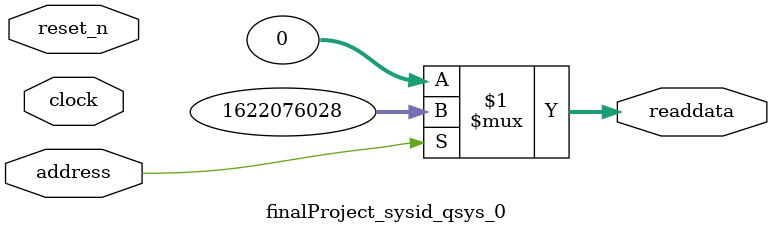
<source format=v>



// synthesis translate_off
`timescale 1ns / 1ps
// synthesis translate_on

// turn off superfluous verilog processor warnings 
// altera message_level Level1 
// altera message_off 10034 10035 10036 10037 10230 10240 10030 

module finalProject_sysid_qsys_0 (
               // inputs:
                address,
                clock,
                reset_n,

               // outputs:
                readdata
             )
;

  output  [ 31: 0] readdata;
  input            address;
  input            clock;
  input            reset_n;

  wire    [ 31: 0] readdata;
  //control_slave, which is an e_avalon_slave
  assign readdata = address ? 1622076028 : 0;

endmodule



</source>
